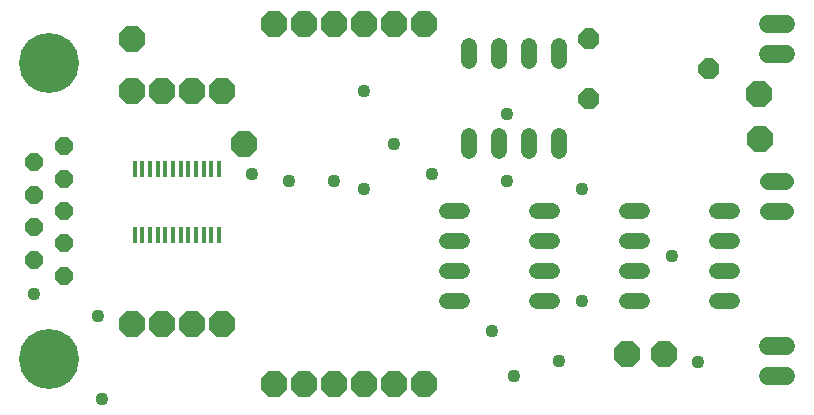
<source format=gts>
G75*
%MOIN*%
%OFA0B0*%
%FSLAX25Y25*%
%IPPOS*%
%LPD*%
%AMOC8*
5,1,8,0,0,1.08239X$1,22.5*
%
%ADD10C,0.06000*%
%ADD11C,0.05600*%
%ADD12C,0.05200*%
%ADD13OC8,0.07000*%
%ADD14OC8,0.08500*%
%ADD15R,0.01400X0.05800*%
%ADD16OC8,0.06000*%
%ADD17C,0.20000*%
%ADD18C,0.04362*%
D10*
X0311300Y0019294D02*
X0317300Y0019294D01*
X0317300Y0029294D02*
X0311300Y0029294D01*
X0311300Y0126794D02*
X0317300Y0126794D01*
X0317300Y0136794D02*
X0311300Y0136794D01*
D11*
X0311500Y0084294D02*
X0317100Y0084294D01*
X0317100Y0074294D02*
X0311500Y0074294D01*
D12*
X0299400Y0074294D02*
X0294200Y0074294D01*
X0294200Y0064294D02*
X0299400Y0064294D01*
X0299400Y0054294D02*
X0294200Y0054294D01*
X0294200Y0044294D02*
X0299400Y0044294D01*
X0269400Y0044294D02*
X0264200Y0044294D01*
X0264200Y0054294D02*
X0269400Y0054294D01*
X0269400Y0064294D02*
X0264200Y0064294D01*
X0264200Y0074294D02*
X0269400Y0074294D01*
X0239400Y0074294D02*
X0234200Y0074294D01*
X0234200Y0064294D02*
X0239400Y0064294D01*
X0239400Y0054294D02*
X0234200Y0054294D01*
X0234200Y0044294D02*
X0239400Y0044294D01*
X0209400Y0044294D02*
X0204200Y0044294D01*
X0204200Y0054294D02*
X0209400Y0054294D01*
X0209400Y0064294D02*
X0204200Y0064294D01*
X0204200Y0074294D02*
X0209400Y0074294D01*
X0211800Y0094194D02*
X0211800Y0099394D01*
X0221800Y0099394D02*
X0221800Y0094194D01*
X0231800Y0094194D02*
X0231800Y0099394D01*
X0241800Y0099394D02*
X0241800Y0094194D01*
X0241800Y0124194D02*
X0241800Y0129394D01*
X0231800Y0129394D02*
X0231800Y0124194D01*
X0221800Y0124194D02*
X0221800Y0129394D01*
X0211800Y0129394D02*
X0211800Y0124194D01*
D13*
X0251800Y0131794D03*
X0251800Y0111794D03*
X0291800Y0121794D03*
D14*
X0308316Y0113310D03*
X0308670Y0098329D03*
X0196800Y0136794D03*
X0186800Y0136794D03*
X0176800Y0136794D03*
X0166800Y0136794D03*
X0156800Y0136794D03*
X0146800Y0136794D03*
X0129300Y0114294D03*
X0119300Y0114294D03*
X0109300Y0114294D03*
X0099300Y0114294D03*
X0099300Y0131794D03*
X0136800Y0096794D03*
X0129300Y0036794D03*
X0119300Y0036794D03*
X0109300Y0036794D03*
X0099300Y0036794D03*
X0146800Y0016794D03*
X0156800Y0016794D03*
X0166800Y0016794D03*
X0176800Y0016794D03*
X0186800Y0016794D03*
X0196800Y0016794D03*
X0264300Y0026794D03*
X0276800Y0026794D03*
D15*
X0128400Y0066225D03*
X0125800Y0066225D03*
X0123300Y0066225D03*
X0120700Y0066225D03*
X0118100Y0066225D03*
X0115600Y0066225D03*
X0113000Y0066225D03*
X0110500Y0066225D03*
X0107900Y0066225D03*
X0105300Y0066225D03*
X0102800Y0066225D03*
X0100200Y0066225D03*
X0100200Y0088425D03*
X0102800Y0088425D03*
X0105300Y0088425D03*
X0107900Y0088425D03*
X0110500Y0088425D03*
X0113000Y0088425D03*
X0115600Y0088425D03*
X0118100Y0088425D03*
X0120700Y0088425D03*
X0123300Y0088425D03*
X0125800Y0088425D03*
X0128400Y0088425D03*
D16*
X0076800Y0085094D03*
X0066800Y0090494D03*
X0076800Y0095894D03*
X0066800Y0079694D03*
X0076800Y0074294D03*
X0066800Y0068894D03*
X0076800Y0063494D03*
X0066800Y0058094D03*
X0076800Y0052694D03*
D17*
X0071800Y0024994D03*
X0071800Y0123594D03*
D18*
X0139300Y0086794D03*
X0151800Y0084294D03*
X0166800Y0084294D03*
X0176800Y0081794D03*
X0199300Y0086794D03*
X0186800Y0096794D03*
X0176800Y0114294D03*
X0224300Y0106794D03*
X0224300Y0084294D03*
X0249300Y0081794D03*
X0279300Y0059294D03*
X0249300Y0044294D03*
X0219300Y0034294D03*
X0241800Y0024294D03*
X0226800Y0019294D03*
X0287942Y0023979D03*
X0089300Y0011794D03*
X0088139Y0039274D03*
X0066800Y0046794D03*
M02*

</source>
